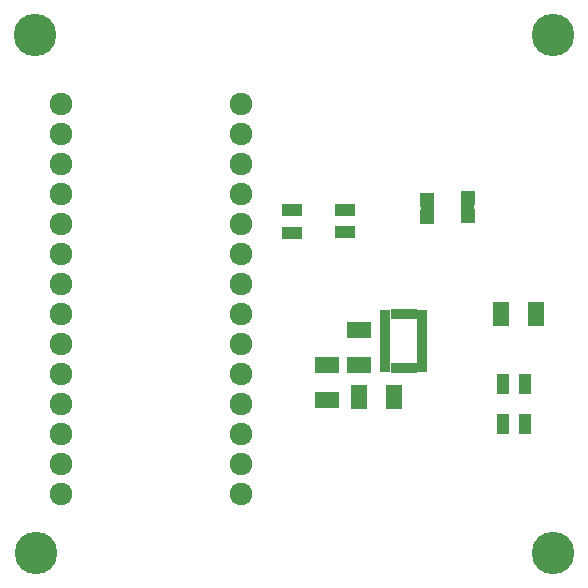
<source format=gts>
G04 #@! TF.FileFunction,Soldermask,Top*
%FSLAX46Y46*%
G04 Gerber Fmt 4.6, Leading zero omitted, Abs format (unit mm)*
G04 Created by KiCad (PCBNEW 4.0.4-stable) date 06/13/17 21:08:50*
%MOMM*%
%LPD*%
G01*
G04 APERTURE LIST*
%ADD10C,0.100000*%
%ADD11O,1.924000X1.924000*%
%ADD12C,3.600000*%
%ADD13R,1.400000X2.000000*%
%ADD14R,2.000000X1.400000*%
%ADD15R,1.100000X1.700000*%
%ADD16R,1.700000X1.100000*%
%ADD17R,0.925000X0.700000*%
%ADD18R,0.700000X0.825000*%
%ADD19R,1.150000X1.200000*%
G04 APERTURE END LIST*
D10*
D11*
X171400000Y-132840000D03*
X156160000Y-132840000D03*
X171400000Y-127760000D03*
X171400000Y-125220000D03*
X171400000Y-130300000D03*
X156160000Y-130300000D03*
X156160000Y-127760000D03*
X171400000Y-117600000D03*
X156160000Y-125220000D03*
X171400000Y-120140000D03*
X156160000Y-122680000D03*
X171400000Y-115060000D03*
X171400000Y-109980000D03*
X171400000Y-122680000D03*
X171400000Y-107440000D03*
X171400000Y-104900000D03*
X156160000Y-117600000D03*
X171400000Y-112520000D03*
X171400000Y-99820000D03*
X171400000Y-102360000D03*
X156160000Y-115060000D03*
X156160000Y-112520000D03*
X156160000Y-99820000D03*
X156160000Y-109980000D03*
X156160000Y-120140000D03*
X156160000Y-107440000D03*
X156160000Y-104900000D03*
X156160000Y-102360000D03*
D12*
X154000000Y-94000000D03*
X197800000Y-137800000D03*
X197800000Y-94000000D03*
D13*
X181400000Y-124600000D03*
X184400000Y-124600000D03*
X196400000Y-117600000D03*
X193400000Y-117600000D03*
D14*
X178700000Y-121900000D03*
X178700000Y-124900000D03*
X181400000Y-121900000D03*
X181400000Y-118900000D03*
D15*
X193600000Y-126900000D03*
X195500000Y-126900000D03*
X193600000Y-123500000D03*
X195500000Y-123500000D03*
D16*
X180260790Y-108759636D03*
X180260790Y-110659636D03*
X175757100Y-108786752D03*
X175757100Y-110686752D03*
D17*
X183631000Y-122124000D03*
D18*
X184443500Y-122186500D03*
X184943500Y-122186500D03*
X185443500Y-122186500D03*
X185943500Y-122186500D03*
D17*
X186756000Y-122124000D03*
X186756000Y-121624000D03*
X186756000Y-121124000D03*
X186756000Y-120624000D03*
X186756000Y-120124000D03*
X186756000Y-119624000D03*
X186756000Y-119124000D03*
X186756000Y-118624000D03*
X186756000Y-118124000D03*
X186756000Y-117624000D03*
D18*
X185943500Y-117561500D03*
X185443500Y-117561500D03*
X184943500Y-117561500D03*
X184443500Y-117561500D03*
D17*
X183631000Y-117624000D03*
X183631000Y-118124000D03*
X183631000Y-118624000D03*
X183631000Y-119124000D03*
X183631000Y-119624000D03*
X183631000Y-120124000D03*
X183631000Y-120624000D03*
X183631000Y-121124000D03*
X183631000Y-121624000D03*
D12*
X154100000Y-137800000D03*
D19*
X190600000Y-109300000D03*
X190600000Y-107800000D03*
D10*
G36*
X190025000Y-107216200D02*
X191175000Y-107766200D01*
X191175000Y-108216200D01*
X190025000Y-108766200D01*
X190025000Y-107216200D01*
X190025000Y-107216200D01*
G37*
G36*
X191175000Y-108766200D02*
X190025000Y-108216200D01*
X190025000Y-107766200D01*
X191175000Y-107216200D01*
X191175000Y-108766200D01*
X191175000Y-108766200D01*
G37*
G36*
X190399960Y-108358000D02*
X191175960Y-108658000D01*
X191175960Y-109458000D01*
X190399960Y-109758000D01*
X190399960Y-108358000D01*
X190399960Y-108358000D01*
G37*
G36*
X190800040Y-109758000D02*
X190024040Y-109458000D01*
X190024040Y-108658000D01*
X190800040Y-108358000D01*
X190800040Y-109758000D01*
X190800040Y-109758000D01*
G37*
D19*
X187200000Y-109400000D03*
X187200000Y-107900000D03*
D10*
G36*
X186625000Y-107316200D02*
X187775000Y-107866200D01*
X187775000Y-108316200D01*
X186625000Y-108866200D01*
X186625000Y-107316200D01*
X186625000Y-107316200D01*
G37*
G36*
X187775000Y-108866200D02*
X186625000Y-108316200D01*
X186625000Y-107866200D01*
X187775000Y-107316200D01*
X187775000Y-108866200D01*
X187775000Y-108866200D01*
G37*
G36*
X186999960Y-108458000D02*
X187775960Y-108758000D01*
X187775960Y-109558000D01*
X186999960Y-109858000D01*
X186999960Y-108458000D01*
X186999960Y-108458000D01*
G37*
G36*
X187400040Y-109858000D02*
X186624040Y-109558000D01*
X186624040Y-108758000D01*
X187400040Y-108458000D01*
X187400040Y-109858000D01*
X187400040Y-109858000D01*
G37*
M02*

</source>
